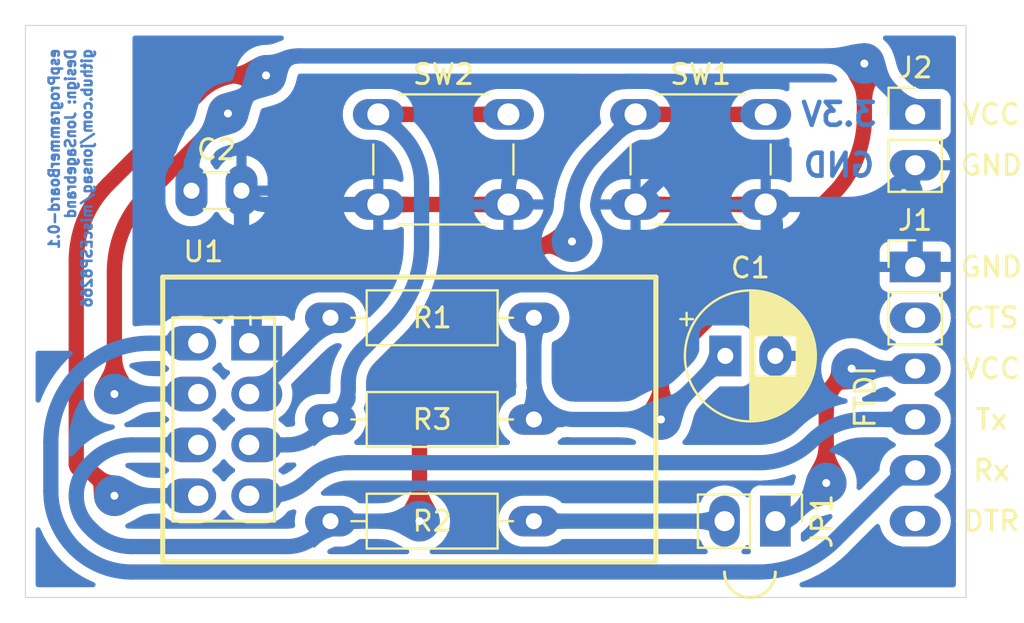
<source format=kicad_pcb>
(kicad_pcb (version 20240108) (generator "pcbnew") (generator_version "8.0")
  (title_block (title "espProgrammerBoard") (date "2022-09-18") (rev "0.1"))
  (layers (0 "F.Cu" signal) (31 "B.Cu" signal) (34 "B.Paste" user) (35 "F.Paste" user) (36 "B.SilkS" user "B.Silkscreen") (37 "F.SilkS" user "F.Silkscreen") (38 "B.Mask" user) (39 "F.Mask" user) (44 "Edge.Cuts" user))
  (net 0 "")
  (net 1 "GND")
  (net 2 "+3V3")
  (net 4 "Net-(J1-Pad5)")
  (net 5 "Net-(J1-Pad4)")
  (net 6 "Net-(J1-Pad3)")
  (net 8 "Net-(R1-Pad1)")
  (net 9 "Net-(R2-Pad1)")
  (net 10 "Net-(R3-Pad1)")
  (footprint "My_Misc:CP_Radial_D6.3mm_P2.50mm_large" (layer "F.Cu") (at 153.71 65.405)
    (property "Reference" "C1")
    (property "Value" "220u")
  )
  (footprint "My_Misc:C_Disc_D3.0mm_W1.6mm_P2.50mm_larg" (layer "F.Cu") (at 127.04 57.15)
    (property "Reference" "C2")
    (property "Value" "100n")
  )
  (footprint "My_Headers:6-pin_FTDI_header_large" (layer "F.Cu") (at 163.195 60.96)
    (property "Reference" "J1")
    (property "Value" "FTDI" (hide yes))
  )
  (footprint "My_Headers:2-pin_power_input_header_larger_pads" (layer "F.Cu") (at 163.195 53.34)
    (property "Reference" "J2")
    (property "Value" "External power" (hide yes))
  )
  (footprint "My_Parts:Jumper_1x02_P2.54mm_large" (layer "F.Cu") (at 156.21 73.66 -90)
    (property "Reference" "JP1")
    (property "Value" "Power from FTDI" (hide yes))
  )
  (footprint "My_Misc:R_Axial_DIN0207_L6.3mm_D2.5mm_P10.16mm_Horizontal_larger_pads" (layer "F.Cu") (at 133.985 63.5)
    (property "Reference" "R1")
    (property "Value" "10k" (hide yes))
  )
  (footprint "My_Misc:R_Axial_DIN0207_L6.3mm_D2.5mm_P10.16mm_Horizontal_larger_pads" (layer "F.Cu") (at 133.985 73.66)
    (property "Reference" "R2")
    (property "Value" "10k" (hide yes))
  )
  (footprint "My_Misc:R_Axial_DIN0207_L6.3mm_D2.5mm_P10.16mm_Horizontal_larger_pads" (layer "F.Cu") (at 133.985 68.58)
    (property "Reference" "R3")
    (property "Value" "10k" (hide yes))
  )
  (footprint "My_Misc:SW_PUSH_6mm_large" (layer "F.Cu") (at 149.225 53.34)
    (property "Reference" "SW1")
    (property "Value" "Reset")
  )
  (footprint "My_Misc:SW_PUSH_6mm_large" (layer "F.Cu") (at 136.375 53.34)
    (property "Reference" "SW2")
    (property "Value" "Flash")
  )
  (footprint "My_Arduino:ESP-01_w_pin_socket_large" (layer "F.Cu") (at 127.381 64.77)
    (property "Reference" "U1")
    (property "Value" "ESP-01")
  )
  (gr_line (start 165.735 48.895) (end 118.745 48.895) (stroke (width 0.05)) (layer "Edge.Cuts"))
  (gr_line (start 118.745 77.47) (end 165.735 77.47) (stroke (width 0.05)) (layer "Edge.Cuts"))
  (gr_line (start 118.745 48.895) (end 118.745 77.47) (stroke (width 0.05)) (layer "Edge.Cuts"))
  (gr_line (start 165.735 77.47) (end 165.735 48.895) (stroke (width 0.05)) (layer "Edge.Cuts"))
  (gr_text "3.3V" (at 159.385 53.34 0) (layer "B.Cu") (effects (font (size 1.143 1.143) (thickness 0.2286)) (justify mirror)))
  (gr_text "GND" (at 159.385 55.88 0) (layer "B.Cu") (effects (font (size 1.143 1.143) (thickness 0.2286)) (justify mirror)))
  (gr_text "${TITLE}-${REVISION}\nDesign: JonSagebrand\ngithub.com/jonsag/miscESP8266" (at 121 50 90) (layer "B.Cu") (effects (font (size 0.508 0.508) (thickness 0.127)) (justify left mirror)))
  (segment (start 155.5475 57.8125) (end 155.575 57.785) (width 0.762) (layer "F.Cu") (net 1))
  (segment (start 155.481109 57.84) (end 149.225 57.84) (width 0.762) (layer "F.Cu") (net 1))
  (segment (start 136.5525 57.8125) (end 136.525 57.785) (width 0.762) (layer "F.Cu") (net 1))
  (segment (start 136.61889 57.84) (end 142.875 57.84) (width 0.762) (layer "F.Cu") (net 1))
  (arc (start 136.5525 57.8125) (mid 136.58296 57.832852) (end 136.61889 57.84) (width 0.762) (layer "F.Cu") (net 1))
  (arc (start 155.5475 57.8125) (mid 155.517039 57.832852) (end 155.481109 57.84) (width 0.762) (layer "F.Cu") (net 1))
  (segment (start 148.95944 51.68899) (end 149.732998 51.68899) (width 0.762) (layer "B.Cu") (net 1))
  (segment (start 159.84907 57.84) (end 155.725 57.84) (width 0.762) (layer "B.Cu") (net 1))
  (segment (start 156.21 58.869012) (end 156.21 65.405) (width 0.762) (layer "B.Cu") (net 1))
  (segment (start 155.8925 58.1025) (end 155.575 57.785) (width 0.762) (layer "B.Cu") (net 1))
  (segment (start 150.334005 56.675994) (end 149.225 57.785) (width 0.762) (layer "B.Cu") (net 1))
  (segment (start 163.195 57.265929) (end 163.195 60.96) (width 0.762) (layer "B.Cu") (net 1))
  (segment (start 129.8575 64.4525) (end 130.175 64.77) (width 0.762) (layer "B.Cu") (net 1))
  (segment (start 151.38401 54.14106) (end 151.38401 53.340001) (width 0.762) (layer "B.Cu") (net 1))
  (segment (start 146.471451 52.719548) (end 143.413815 55.777184) (width 0.762) (layer "B.Cu") (net 1))
  (segment (start 130.717903 57.84) (end 136.375 57.84) (width 0.762) (layer "B.Cu") (net 1))
  (segment (start 142.875 57.078) (end 142.875 57.84) (width 0.762) (layer "B.Cu") (net 1))
  (segment (start 129.54 63.685987) (end 129.54 57.637903) (width 0.762) (layer "B.Cu") (net 1))
  (arc (start 129.885 57.495) (mid 129.664757 57.45119) (end 129.54 57.637903) (width 0.762) (layer "B.Cu") (net 1))
  (arc (start 129.885 57.495) (mid 130.267139 57.750337) (end 130.717903 57.84) (width 0.762) (layer "B.Cu") (net 1))
  (arc (start 150.90044 52.17256) (mid 151.258334 52.708186) (end 151.38401 53.340001) (width 0.762) (layer "B.Cu") (net 1))
  (arc (start 148.95944 51.68899) (mid 147.61295 51.956823) (end 146.471451 52.719548) (width 0.762) (layer "B.Cu") (net 1))
  (arc (start 151.38401 54.14106) (mid 151.111122 55.512956) (end 150.334005 56.675994) (width 0.762) (layer "B.Cu") (net 1))
  (arc (start 163.195 57.265929) (mid 162.840616 56.735557) (end 162.215 56.86) (width 0.762) (layer "B.Cu") (net 1))
  (arc (start 162.215 56.86) (mid 161.129502 57.585306) (end 159.84907 57.84) (width 0.762) (layer "B.Cu") (net 1))
  (arc (start 143.413815 55.777184) (mid 143.015033 56.374003) (end 142.875 57.078) (width 0.762) (layer "B.Cu") (net 1))
  (arc (start 129.54 63.685987) (mid 129.622515 64.10082) (end 129.8575 64.4525) (width 0.762) (layer "B.Cu") (net 1))
  (arc (start 150.90044 52.17256) (mid 150.364813 51.814665) (end 149.732998 51.68899) (width 0.762) (layer "B.Cu") (net 1))
  (arc (start 155.8925 58.1025) (mid 156.127484 58.454178) (end 156.21 58.869012) (width 0.762) (layer "B.Cu") (net 1))
  (segment (start 130.7665 51.3915) (end 129.54 51.3915) (width 0.762) (layer "F.Cu") (net 2))
  (segment (start 150.495 68.58) (end 150.495 67.24644) (width 0.762) (layer "F.Cu") (net 2))
  (segment (start 121.285 60.673963) (end 121.285 70.8025) (width 0.762) (layer "F.Cu") (net 2))
  (segment (start 123.19 67.31) (end 123.19 61.221963) (width 0.762) (layer "F.Cu") (net 2))
  (segment (start 122.878792 56.826207) (end 127.446233 52.258766) (width 0.762) (layer "F.Cu") (net 2))
  (segment (start 123.19 72.39) (end 122.144506 71.344506) (width 0.762) (layer "F.Cu") (net 2))
  (segment (start 128.8615 53.2965) (end 124.783792 57.374207) (width 0.762) (layer "F.Cu") (net 2))
  (segment (start 159.061207 57.346672) (end 151.437969 64.96991) (width 0.762) (layer "F.Cu") (net 2))
  (segment (start 160.655 50.8) (end 160.655 53.498916) (width 0.762) (layer "F.Cu") (net 2))
  (via (at 128.8615 53.2965) (size 2.032) (drill 0.4) (layers "F.Cu" "B.Cu") (net 2))
  (via (at 160.655 50.8) (size 2.032) (drill 0.4) (layers "F.Cu" "B.Cu") (net 2))
  (via (at 123.19 67.31) (size 2.032) (drill 0.4) (layers "F.Cu" "B.Cu") (net 2))
  (via (at 150.495 68.58) (size 2.032) (drill 0.4) (layers "F.Cu" "B.Cu") (net 2))
  (via (at 130.7665 51.3915) (size 2.032) (drill 0.4) (layers "F.Cu" "B.Cu") (net 2))
  (via (at 123.19 72.39) (size 2.032) (drill 0.4) (layers "F.Cu" "B.Cu") (net 2))
  (arc (start 124.783792 57.374207) (mid 123.604213 59.139572) (end 123.19 61.221963) (width 0.762) (layer "F.Cu") (net 2))
  (arc (start 122.878792 56.826207) (mid 121.699213 58.591572) (end 121.285 60.673963) (width 0.762) (layer "F.Cu") (net 2))
  (arc (start 122.144506 71.344506) (mid 121.895831 71.178347) (end 121.6025 71.12) (width 0.762) (layer "F.Cu") (net 2))
  (arc (start 121.285 70.8025) (mid 121.377993 71.027006) (end 121.6025 71.12) (width 0.762) (layer "F.Cu") (net 2))
  (arc (start 160.655 53.498916) (mid 160.240786 55.581306) (end 159.061207 57.346672) (width 0.762) (layer "F.Cu") (net 2))
  (arc (start 129.54 51.3915) (mid 128.406861 51.616895) (end 127.446233 52.258766) (width 0.762) (layer "F.Cu") (net 2))
  (arc (start 151.437969 64.96991) (mid 150.740069 66.014391) (end 150.495 67.24644) (width 0.762) (layer "F.Cu") (net 2))
  (segment (start 123.19 72.39) (end 123.19 72.39) (width 0.762) (layer "B.Cu") (net 2))
  (segment (start 123.19 67.31) (end 123.19 67.31) (width 0.762) (layer "B.Cu") (net 2))
  (segment (start 130.7665 51.3915) (end 128.8615 53.2965) (width 0.762) (layer "B.Cu") (net 2))
  (segment (start 123.19 72.39) (end 123.19 72.39) (width 0.762) (layer "B.Cu") (net 2))
  (segment (start 130.7665 51.3915) (end 131.25276 50.90524) (width 0.762) (layer "B.Cu") (net 2))
  (segment (start 160.655 50.8) (end 163.195 53.34) (width 0.762) (layer "B.Cu") (net 2))
  (segment (start 150.495 68.58) (end 150.495 68.58) (width 0.762) (layer "B.Cu") (net 2))
  (segment (start 150.495 68.58) (end 146.144998 68.58) (width 0.762) (layer "B.Cu") (net 2))
  (segment (start 150.495 68.58) (end 153.67 65.405) (width 0.762) (layer "B.Cu") (net 2))
  (segment (start 123.19 72.39) (end 127 72.39) (width 0.762) (layer "B.Cu") (net 2))
  (segment (start 127.75842 54.399579) (end 128.8615 53.2965) (width 0.762) (layer "B.Cu") (net 2))
  (segment (start 144.145 66.580001) (end 144.145 63.5) (width 0.762) (layer "B.Cu") (net 2))
  (segment (start 127.04 56.134) (end 127.04 57.15) (width 0.762) (layer "B.Cu") (net 2))
  (segment (start 123.19 67.31) (end 127 67.31) (width 0.762) (layer "B.Cu") (net 2))
  (segment (start 144.145 73.66) (end 153.67 73.66) (width 0.762) (layer "B.Cu") (net 2))
  (segment (start 132.426695 50.41898) (end 160.004558 50.41898) (width 0.762) (layer "B.Cu") (net 2))
  (segment (start 160.655 50.8) (end 160.46449 50.60949) (width 0.762) (layer "B.Cu") (net 2))
  (arc (start 132.426695 50.41898) (mid 131.791366 50.545354) (end 131.25276 50.90524) (width 0.762) (layer "B.Cu") (net 2))
  (arc (start 144.145 66.580001) (mid 144.730785 67.994213) (end 146.144998 68.58) (width 0.762) (layer "B.Cu") (net 2))
  (arc (start 160.46449 50.60949) (mid 160.253471 50.468491) (end 160.004558 50.41898) (width 0.762) (layer "B.Cu") (net 2))
  (arc (start 127.75842 54.399579) (mid 127.226711 55.195338) (end 127.04 56.134) (width 0.762) (layer "B.Cu") (net 2))
  (segment (start 120.014989 72.154929) (end 120.014989 69.713113) (width 0.762) (layer "B.Cu") (net 4))
  (segment (start 124.955299 64.77) (end 127 64.77) (width 0.762) (layer "B.Cu") (net 4))
  (segment (start 159.200783 74.606216) (end 162.507394 71.299605) (width 0.762) (layer "B.Cu") (net 4))
  (segment (start 162.941 71.12) (end 163.195 71.12) (width 0.762) (layer "B.Cu") (net 4))
  (segment (start 121.462793 66.217804) (end 121.464776 66.215821) (width 0.762) (layer "B.Cu") (net 4))
  (segment (start 155.353027 76.200009) (end 124.060068 76.200009) (width 0.762) (layer "B.Cu") (net 4))
  (arc (start 159.200783 74.606216) (mid 157.435417 75.785795) (end 155.353027 76.200009) (width 0.762) (layer "B.Cu") (net 4))
  (arc (start 124.955299 64.77) (mid 123.066241 65.145756) (end 121.464776 66.215821) (width 0.762) (layer "B.Cu") (net 4))
  (arc (start 120.014989 72.154929) (mid 120.322902 73.702913) (end 121.199765 75.015232) (width 0.762) (layer "B.Cu") (net 4))
  (arc (start 162.941 71.12) (mid 162.706334 71.166677) (end 162.507394 71.299605) (width 0.762) (layer "B.Cu") (net 4))
  (arc (start 121.199765 75.015232) (mid 122.512083 75.892095) (end 124.060068 76.200009) (width 0.762) (layer "B.Cu") (net 4))
  (arc (start 121.462793 66.217804) (mid 120.39126 67.821465) (end 120.014989 69.713113) (width 0.762) (layer "B.Cu") (net 4))
  (segment (start 130.892245 72.39) (end 129.54 72.39) (width 0.762) (layer "B.Cu") (net 5))
  (segment (start 155.419952 70.739001) (end 134.878109 70.739001) (width 0.762) (layer "B.Cu") (net 5))
  (segment (start 160.632242 68.58) (end 163.195 68.58) (width 0.762) (layer "B.Cu") (net 5))
  (arc (start 132.885177 71.5645) (mid 131.970812 72.175459) (end 130.892245 72.39) (width 0.762) (layer "B.Cu") (net 5))
  (arc (start 134.878109 70.739001) (mid 133.799542 70.953541) (end 132.885177 71.5645) (width 0.762) (layer "B.Cu") (net 5))
  (arc (start 158.026097 69.6595) (mid 156.830387 70.458447) (end 155.419952 70.739001) (width 0.762) (layer "B.Cu") (net 5))
  (arc (start 160.632242 68.58) (mid 159.221806 68.860552) (end 158.026097 69.6595) (width 0.762) (layer "B.Cu") (net 5))
  (segment (start 158.75 68.208025) (end 158.75 71.755) (width 0.762) (layer "F.Cu") (net 6))
  (segment (start 159.385 66.675) (end 160.02 66.04) (width 0.762) (layer "F.Cu") (net 6))
  (via (at 158.75 71.755) (size 2.032) (drill 0.4) (layers "F.Cu" "B.Cu") (net 6))
  (via (at 160.02 66.04) (size 2.032) (drill 0.4) (layers "F.Cu" "B.Cu") (net 6))
  (arc (start 159.385 66.675) (mid 158.915031 67.378357) (end 158.75 68.208025) (width 0.762) (layer "F.Cu") (net 6))
  (segment (start 158.75 71.755) (end 158.75 71.755) (width 0.762) (layer "B.Cu") (net 6))
  (segment (start 160.02 66.04) (end 160.02 66.04) (width 0.762) (layer "B.Cu") (net 6))
  (segment (start 156.5275 73.66) (end 156.21 73.66) (width 0.762) (layer "B.Cu") (net 6))
  (segment (start 158.75 71.755) (end 157.069506 73.435493) (width 0.762) (layer "B.Cu") (net 6))
  (segment (start 160.02 66.04) (end 163.195 66.04) (width 0.762) (layer "B.Cu") (net 6))
  (arc (start 157.069506 73.435493) (mid 156.820831 73.601652) (end 156.5275 73.66) (width 0.762) (layer "B.Cu") (net 6))
  (segment (start 133.985 63.545482) (end 133.985 63.5) (width 0.762) (layer "B.Cu") (net 8))
  (segment (start 130.52263 67.053332) (end 133.952839 63.623124) (width 0.762) (layer "B.Cu") (net 8))
  (segment (start 129.902982 67.31) (end 129.54 67.31) (width 0.762) (layer "B.Cu") (net 8))
  (arc (start 133.985 63.545482) (mid 133.976641 63.587501) (end 133.952839 63.623124) (width 0.762) (layer "B.Cu") (net 8))
  (arc (start 130.52263 67.053332) (mid 130.238333 67.243294) (end 129.902982 67.31) (width 0.762) (layer "B.Cu") (net 8))
  (segment (start 138.43 68.273641) (end 138.43 73.66) (width 0.762) (layer "F.Cu") (net 9))
  (segment (start 146.05 59.69) (end 145.404839 59.69) (width 0.762) (layer "F.Cu") (net 9))
  (segment (start 144.30348 60.146197) (end 140.023792 64.425885) (width 0.762) (layer "F.Cu") (net 9))
  (segment (start 149.225 53.34) (end 155.575 53.34) (width 0.762) (layer "F.Cu") (net 9))
  (via (at 146.05 59.69) (size 2.032) (drill 0.4) (layers "F.Cu" "B.Cu") (net 9))
  (via (at 138.43 73.66) (size 2.032) (drill 0.4) (layers "F.Cu" "B.Cu") (net 9))
  (arc (start 140.023792 64.425885) (mid 138.844213 66.19125) (end 138.43 68.273641) (width 0.762) (layer "F.Cu") (net 9))
  (arc (start 145.404839 59.69) (mid 144.808787 59.808561) (end 144.30348 60.146197) (width 0.762) (layer "F.Cu") (net 9))
  (segment (start 146.05 59.69) (end 146.05 59.69) (width 0.762) (layer "B.Cu") (net 9))
  (segment (start 138.43 73.66) (end 138.43 73.66) (width 0.762) (layer "B.Cu") (net 9))
  (segment (start 147.172532 55.392467) (end 149.225 53.34) (width 0.762) (layer "B.Cu") (net 9))
  (segment (start 124.06007 69.85) (end 127 69.85) (width 0.762) (layer "B.Cu") (net 9))
  (segment (start 121.931578 73.95098) (end 122.097798 74.1172) (width 0.762) (layer "B.Cu") (net 9))
  (segment (start 124.060068 74.929999) (end 131.816976 74.929999) (width 0.762) (layer "B.Cu") (net 9))
  (segment (start 134.883024 73.66) (end 138.43 73.66) (width 0.762) (layer "B.Cu") (net 9))
  (segment (start 122.097798 70.662799) (end 121.931578 70.829019) (width 0.762) (layer "B.Cu") (net 9))
  (segment (start 146.05 59.69) (end 146.05 58.1025) (width 0.762) (layer "B.Cu") (net 9))
  (arc (start 147.172532 55.392467) (mid 146.341736 56.63584) (end 146.05 58.1025) (width 0.762) (layer "B.Cu") (net 9))
  (arc (start 121.284999 72.39) (mid 121.453039 73.234796) (end 121.931578 73.95098) (width 0.762) (layer "B.Cu") (net 9))
  (arc (start 121.931578 70.829019) (mid 121.453039 71.545203) (end 121.284999 72.39) (width 0.762) (layer "B.Cu") (net 9))
  (arc (start 124.06007 69.85) (mid 122.998096 70.061239) (end 122.097798 70.662799) (width 0.762) (layer "B.Cu") (net 9))
  (arc (start 133.35 74.294999) (mid 132.646642 74.764967) (end 131.816976 74.929999) (width 0.762) (layer "B.Cu") (net 9))
  (arc (start 122.097798 74.1172) (mid 122.998095 74.718759) (end 124.060068 74.929999) (width 0.762) (layer "B.Cu") (net 9))
  (arc (start 134.883024 73.66) (mid 134.053357 73.82503) (end 133.35 74.294999) (width 0.762) (layer "B.Cu") (net 9))
  (segment (start 136.375 53.34) (end 142.875 53.34) (width 0.762) (layer "F.Cu") (net 10))
  (segment (start 134.429495 68.135504) (end 133.540504 69.024495) (width 0.762) (layer "B.Cu") (net 10))
  (segment (start 136.940216 63.740104) (end 135.540325 65.139996) (width 0.762) (layer "B.Cu") (net 10))
  (segment (start 131.816974 69.85) (end 129.54 69.85) (width 0.762) (layer "B.Cu") (net 10))
  (segment (start 137.529505 54.344505) (end 136.525 53.34) (width 0.762) (layer "B.Cu") (net 10))
  (segment (start 134.873991 67.062397) (end 134.873991 66.74867) (width 0.762) (layer "B.Cu") (net 10))
  (segment (start 138.53401 59.892348) (end 138.53401 56.769594) (width 0.762) (layer "B.Cu") (net 10))
  (segment (start 133.349999 69.214999) (end 133.540504 69.024495) (width 0.762) (layer "B.Cu") (net 10))
  (arc (start 134.873991 67.062397) (mid 134.75847 67.643158) (end 134.429495 68.135504) (width 0.762) (layer "B.Cu") (net 10))
  (arc (start 137.529505 54.344505) (mid 138.272947 55.457145) (end 138.53401 56.769594) (width 0.762) (layer "B.Cu") (net 10))
  (arc (start 135.540325 65.139996) (mid 135.047165 65.878062) (end 134.873991 66.74867) (width 0.762) (layer "B.Cu") (net 10))
  (arc (start 133.349999 69.214999) (mid 132.646641 69.684968) (end 131.816974 69.85) (width 0.762) (layer "B.Cu") (net 10))
  (arc (start 138.53401 59.892348) (mid 138.119796 61.974738) (end 136.940216 63.740104) (width 0.762) (layer "B.Cu") (net 10))
  (zone (net 2) (net_name "+3V3") (layer "F.Cu") (priority 16962) (connect_pads yes (clearance 0)) (min_thickness 0.0254) (fill yes (thermal_gap 0.508) (thermal_bridge_width 0.508))
    (polygon (pts (xy 121.680052 71.501) (xy 121.853345 71.520868) (xy 121.976921 71.577075) (xy 122.059567 71.664524) (xy 122.110072 71.778122) (xy 122.137223 71.91277) (xy 122.14981 72.063374) (xy 122.156619 72.224837) (xy 122.16644 72.392064) (xy 122.188061 72.559959) (xy 122.23027 72.723426) (xy 123.54921 72.74921) (xy 123.19 71.374) (xy 123.002656 71.35622) (xy 122.847408 71.30796) (xy 122.715248 71.236839) (xy 122.59717 71.15048) (xy 122.484167 71.0565) (xy 122.367232 70.96252) (xy 122.23736 70.87616) (xy 122.085544 70.80504) (xy 121.902776 70.75678) (xy 121.680052 70.739)))
  )
  (zone (net 1) (net_name "GND") (layer "F.Cu") (priority 16962) (connect_pads yes (clearance 0)) (min_thickness 0.0254) (fill yes (thermal_gap 0.508) (thermal_bridge_width 0.508))
    (polygon (pts (xy 141.353 58.221) (xy 141.523612 58.223752) (xy 141.670123 58.23214) (xy 141.79727 58.246361) (xy 141.909787 58.266612) (xy 142.01241 58.293091) (xy 142.109874 58.325994) (xy 142.206915 58.36552) (xy 142.308268 58.411864) (xy 142.418668 58.465225) (xy 142.542852 58.5258) (xy 143.256 57.84) (xy 142.542852 57.1542) (xy 142.418668 57.214774) (xy 142.308268 57.268135) (xy 142.206915 57.314479) (xy 142.109874 57.354005) (xy 142.01241 57.386908) (xy 141.909787 57.413387) (xy 141.79727 57.433638) (xy 141.670123 57.447859) (xy 141.523612 57.456247) (xy 141.353 57.459)))
  )
  (zone (net 10) (net_name "Net-(R3-Pad1)") (layer "F.Cu") (priority 16962) (connect_pads yes (clearance 0)) (min_thickness 0.0254) (fill yes (thermal_gap 0.508) (thermal_bridge_width 0.508))
    (polygon (pts (xy 141.353 53.721) (xy 141.523612 53.723752) (xy 141.670123 53.73214) (xy 141.79727 53.746361) (xy 141.909787 53.766612) (xy 142.01241 53.793091) (xy 142.109874 53.825994) (xy 142.206915 53.86552) (xy 142.308268 53.911864) (xy 142.418668 53.965225) (xy 142.542852 54.0258) (xy 143.256 53.34) (xy 142.542852 52.6542) (xy 142.418668 52.714774) (xy 142.308268 52.768135) (xy 142.206915 52.814479) (xy 142.109874 52.854005) (xy 142.01241 52.886908) (xy 141.909787 52.913387) (xy 141.79727 52.933638) (xy 141.670123 52.947859) (xy 141.523612 52.956247) (xy 141.353 52.959)))
  )
  (zone (net 6) (net_name "Net-(J1-Pad3)") (layer "F.Cu") (priority 16962) (connect_pads yes (clearance 0)) (min_thickness 0.0254) (fill yes (thermal_gap 0.508) (thermal_bridge_width 0.508))
    (polygon (pts (xy 159.131 67.549948) (xy 159.150868 67.376654) (xy 159.207075 67.253078) (xy 159.294524 67.170432) (xy 159.408122 67.119927) (xy 159.54277 67.092776) (xy 159.693374 67.080189) (xy 159.854837 67.07338) (xy 160.022064 67.063559) (xy 160.189959 67.041938) (xy 160.353426 66.99973) (xy 160.37921 65.68079) (xy 159.004 66.04) (xy 158.98622 66.227343) (xy 158.93796 66.382591) (xy 158.866839 66.514751) (xy 158.78048 66.632829) (xy 158.6865 66.745832) (xy 158.59252 66.862767) (xy 158.50616 66.992639) (xy 158.43504 67.144455) (xy 158.38678 67.327223) (xy 158.369 67.549948)))
  )
  (zone (net 2) (net_name "+3V3") (layer "F.Cu") (priority 16962) (connect_pads yes (clearance 0)) (min_thickness 0.0254) (fill yes (thermal_gap 0.508) (thermal_bridge_width 0.508))
    (polygon (pts (xy 128.7405 51.7725) (xy 128.970753 51.779177) (xy 129.165275 51.798613) (xy 129.33147 51.82991) (xy 129.476743 51.872175) (xy 129.608497 51.92451) (xy 129.734136 51.98602) (xy 129.861066 52.05581) (xy 129.996689 52.132984) (xy 130.148411 52.216645) (xy 130.323636 52.3059) (xy 131.2745 51.3915) (xy 130.323636 50.4771) (xy 130.148411 50.566354) (xy 129.996689 50.650015) (xy 129.861066 50.727189) (xy 129.734136 50.796979) (xy 129.608497 50.858489) (xy 129.476743 50.910824) (xy 129.33147 50.953089) (xy 129.165275 50.984386) (xy 128.970753 51.003822) (xy 128.7405 51.0105)))
  )
  (zone (net 2) (net_name "+3V3") (layer "F.Cu") (priority 16962) (connect_pads yes (clearance 0)) (min_thickness 0.0254) (fill yes (thermal_gap 0.508) (thermal_bridge_width 0.508))
    (polygon (pts (xy 122.809 65.284) (xy 122.802322 65.514253) (xy 122.782886 65.708775) (xy 122.751589 65.87497) (xy 122.709324 66.020243) (xy 122.656989 66.151997) (xy 122.595479 66.277636) (xy 122.525689 66.404566) (xy 122.448515 66.540189) (xy 122.364854 66.691911) (xy 122.2756 66.867136) (xy 123.19 67.818) (xy 124.1044 66.867136) (xy 124.015145 66.691911) (xy 123.931484 66.540189) (xy 123.85431 66.404566) (xy 123.78452 66.277636) (xy 123.72301 66.151997) (xy 123.670675 66.020243) (xy 123.62841 65.87497) (xy 123.597113 65.708775) (xy 123.577677 65.514253) (xy 123.571 65.284)))
  )
  (zone (net 9) (net_name "Net-(R2-Pad1)") (layer "F.Cu") (priority 16962) (connect_pads yes (clearance 0)) (min_thickness 0.0254) (fill yes (thermal_gap 0.508) (thermal_bridge_width 0.508))
    (polygon (pts (xy 138.049 71.634) (xy 138.042322 71.864253) (xy 138.022886 72.058775) (xy 137.991589 72.22497) (xy 137.949324 72.370243) (xy 137.896989 72.501997) (xy 137.835479 72.627636) (xy 137.765689 72.754566) (xy 137.688515 72.890189) (xy 137.604854 73.041911) (xy 137.5156 73.217136) (xy 138.43 74.168) (xy 139.3444 73.217136) (xy 139.255145 73.041911) (xy 139.171484 72.890189) (xy 139.09431 72.754566) (xy 139.02452 72.627636) (xy 138.96301 72.501997) (xy 138.910675 72.370243) (xy 138.86841 72.22497) (xy 138.837113 72.058775) (xy 138.817677 71.864253) (xy 138.811 71.634)))
  )
  (zone (net 1) (net_name "GND") (layer "F.Cu") (priority 16962) (connect_pads yes (clearance 0)) (min_thickness 0.0254) (fill yes (thermal_gap 0.508) (thermal_bridge_width 0.508))
    (polygon (pts (xy 137.902 57.459) (xy 137.730706 57.45627) (xy 137.583593 57.44794) (xy 137.455911 57.433798) (xy 137.342908 57.41363) (xy 137.239835 57.387225) (xy 137.141941 57.35437) (xy 137.044476 57.314852) (xy 136.942688 57.268459) (xy 136.831829 57.214979) (xy 136.707148 57.1542) (xy 135.994 57.84) (xy 136.707148 58.5258) (xy 136.831829 58.46502) (xy 136.942688 58.41154) (xy 137.044476 58.365147) (xy 137.141941 58.325629) (xy 137.239835 58.292774) (xy 137.342908 58.266369) (xy 137.455911 58.246201) (xy 137.583593 58.232059) (xy 137.730706 58.223729) (xy 137.902 58.221)))
  )
  (zone (net 1) (net_name "GND") (layer "F.Cu") (priority 16962) (connect_pads yes (clearance 0)) (min_thickness 0.0254) (fill yes (thermal_gap 0.508) (thermal_bridge_width 0.508))
    (polygon (pts (xy 154.198 58.221) (xy 154.369293 58.223729) (xy 154.516406 58.232059) (xy 154.644088 58.246201) (xy 154.757091 58.266369) (xy 154.860164 58.292774) (xy 154.958058 58.325629) (xy 155.055523 58.365147) (xy 155.157311 58.41154) (xy 155.26817 58.46502) (xy 155.392852 58.5258) (xy 156.106 57.84) (xy 155.392852 57.1542) (xy 155.26817 57.214979) (xy 155.157311 57.268459) (xy 155.055523 57.314852) (xy 154.958058 57.35437) (xy 154.860164 57.387225) (xy 154.757091 57.41363) (xy 154.644088 57.433798) (xy 154.516406 57.44794) (xy 154.369293 57.45627) (xy 154.198 57.459)))
  )
  (zone (net 6) (net_name "Net-(J1-Pad3)") (layer "F.Cu") (priority 16962) (connect_pads yes (clearance 0)) (min_thickness 0.0254) (fill yes (thermal_gap 0.508) (thermal_bridge_width 0.508))
    (polygon (pts (xy 158.369 69.729) (xy 158.362322 69.959253) (xy 158.342886 70.153775) (xy 158.311589 70.31997) (xy 158.269324 70.465243) (xy 158.216989 70.596997) (xy 158.155479 70.722636) (xy 158.085689 70.849566) (xy 158.008515 70.985189) (xy 157.924854 71.136911) (xy 157.8356 71.312136) (xy 158.75 72.263) (xy 159.6644 71.312136) (xy 159.575145 71.136911) (xy 159.491484 70.985189) (xy 159.41431 70.849566) (xy 159.34452 70.722636) (xy 159.28301 70.596997) (xy 159.230675 70.465243) (xy 159.18841 70.31997) (xy 159.157113 70.153775) (xy 159.137677 69.959253) (xy 159.131 69.729)))
  )
  (zone (net 9) (net_name "Net-(R2-Pad1)") (layer "F.Cu") (priority 16962) (connect_pads yes (clearance 0)) (min_thickness 0.0254) (fill yes (thermal_gap 0.508) (thermal_bridge_width 0.508))
    (polygon (pts (xy 154.193 53.721) (xy 154.364975 53.723706) (xy 154.512689 53.731977) (xy 154.640907 53.746041) (xy 154.754395 53.766125) (xy 154.857918 53.792457) (xy 154.956242 53.825264) (xy 155.054132 53.864775) (xy 155.156353 53.911215) (xy 155.267671 53.964815) (xy 155.392852 54.0258) (xy 156.106 53.34) (xy 155.392852 52.6542) (xy 155.267671 52.715184) (xy 155.156353 52.768784) (xy 155.054132 52.815224) (xy 154.956242 52.854735) (xy 154.857918 52.887542) (xy 154.754395 52.913874) (xy 154.640907 52.933958) (xy 154.512689 52.948022) (xy 154.364975 52.956293) (xy 154.193 52.959)))
  )
  (zone (net 2) (net_name "+3V3") (layer "F.Cu") (priority 16962) (connect_pads yes (clearance 0)) (min_thickness 0.0254) (fill yes (thermal_gap 0.508) (thermal_bridge_width 0.508))
    (polygon (pts (xy 150.114 66.554) (xy 150.107322 66.784253) (xy 150.087886 66.978775) (xy 150.056589 67.14497) (xy 150.014324 67.290243) (xy 149.961989 67.421997) (xy 149.900479 67.547636) (xy 149.830689 67.674566) (xy 149.753515 67.810189) (xy 149.669854 67.961911) (xy 149.5806 68.137136) (xy 150.495 69.088) (xy 151.4094 68.137136) (xy 151.320145 67.961911) (xy 151.236484 67.810189) (xy 151.15931 67.674566) (xy 151.08952 67.547636) (xy 151.02801 67.421997) (xy 150.975675 67.290243) (xy 150.93341 67.14497) (xy 150.902113 66.978775) (xy 150.882677 66.784253) (xy 150.876 66.554)))
  )
  (zone (net 2) (net_name "+3V3") (layer "F.Cu") (priority 16962) (connect_pads yes (clearance 0)) (min_thickness 0.0254) (fill yes (thermal_gap 0.508) (thermal_bridge_width 0.508))
    (polygon (pts (xy 127.698311 54.998505) (xy 127.865846 54.840413) (xy 128.017136 54.716608) (xy 128.156785 54.621221) (xy 128.289393 54.548383) (xy 128.419564 54.492226) (xy 128.551899 54.44688) (xy 128.691 54.406476) (xy 128.84147 54.365145) (xy 129.007911 54.31702) (xy 129.194926 54.25623) (xy 129.22071 52.93729) (xy 127.90177 52.963074) (xy 127.840979 53.150088) (xy 127.792854 53.316529) (xy 127.751523 53.466999) (xy 127.711119 53.6061) (xy 127.665773 53.738435) (xy 127.609616 53.868606) (xy 127.536778 54.001214) (xy 127.441391 54.140863) (xy 127.317586 54.292153) (xy 127.159495 54.459689)))
  )
  (zone (net 1) (net_name "GND") (layer "F.Cu") (priority 16962) (connect_pads yes (clearance 0)) (min_thickness 0.0254) (fill yes (thermal_gap 0.508) (thermal_bridge_width 0.508))
    (polygon (pts (xy 150.747 57.459) (xy 150.576387 57.456247) (xy 150.429876 57.447859) (xy 150.302729 57.433638) (xy 150.190212 57.413387) (xy 150.087589 57.386908) (xy 149.990125 57.354005) (xy 149.893084 57.314479) (xy 149.791731 57.268135) (xy 149.681331 57.214774) (xy 149.557148 57.1542) (xy 148.844 57.84) (xy 149.557148 58.5258) (xy 149.681331 58.465225) (xy 149.791731 58.411864) (xy 149.893084 58.36552) (xy 149.990125 58.325994) (xy 150.087589 58.293091) (xy 150.190212 58.266612) (xy 150.302729 58.246361) (xy 150.429876 58.23214) (xy 150.576387 58.223752) (xy 150.747 58.221)))
  )
  (zone (net 9) (net_name "Net-(R2-Pad1)") (layer "F.Cu") (priority 16962) (connect_pads yes (clearance 0)) (min_thickness 0.0254) (fill yes (thermal_gap 0.508) (thermal_bridge_width 0.508))
    (polygon (pts (xy 144.501812 60.486681) (xy 144.616915 60.388983) (xy 144.727341 60.328475) (xy 144.834462 60.300333) (xy 144.939652 60.299733) (xy 145.044283 60.321852) (xy 145.14973 60.361866) (xy 145.257365 60.414951) (xy 145.368563 60.476285) (xy 145.484695 60.541042) (xy 145.607136 60.6044) (xy 146.558 59.69) (xy 145.33158 58.97158) (xy 145.187985 59.104189) (xy 145.054588 59.207772) (xy 144.928124 59.290299) (xy 144.805332 59.359738) (xy 144.68295 59.42406) (xy 144.557715 59.491236) (xy 144.426364 59.569234) (xy 144.285636 59.666025) (xy 144.132267 59.789579) (xy 143.962997 59.947866)))
  )
  (zone (net 9) (net_name "Net-(R2-Pad1)") (layer "F.Cu") (priority 16962) (connect_pads yes (clearance 0)) (min_thickness 0.0254) (fill yes (thermal_gap 0.508) (thermal_bridge_width 0.508))
    (polygon (pts (xy 150.747 52.959) (xy 150.576387 52.956247) (xy 150.429876 52.947859) (xy 150.302729 52.933638) (xy 150.190212 52.913387) (xy 150.087589 52.886908) (xy 149.990125 52.854005) (xy 149.893084 52.814479) (xy 149.791731 52.768135) (xy 149.681331 52.714774) (xy 149.557148 52.6542) (xy 148.844 53.34) (xy 149.557148 54.0258) (xy 149.681331 53.965225) (xy 149.791731 53.911864) (xy 149.893084 53.86552) (xy 149.990125 53.825994) (xy 150.087589 53.793091) (xy 150.190212 53.766612) (xy 150.302729 53.746361) (xy 150.429876 53.73214) (xy 150.576387 53.723752) (xy 150.747 53.721)))
  )
  (zone (net 10) (net_name "Net-(R3-Pad1)") (layer "F.Cu") (priority 16962) (connect_pads yes (clearance 0)) (min_thickness 0.0254) (fill yes (thermal_gap 0.508) (thermal_bridge_width 0.508))
    (polygon (pts (xy 137.897 52.959) (xy 137.726387 52.956247) (xy 137.579876 52.947859) (xy 137.452729 52.933638) (xy 137.340212 52.913387) (xy 137.237589 52.886908) (xy 137.140125 52.854005) (xy 137.043084 52.814479) (xy 136.941731 52.768135) (xy 136.831331 52.714774) (xy 136.707148 52.6542) (xy 135.994 53.34) (xy 136.707148 54.0258) (xy 136.831331 53.965225) (xy 136.941731 53.911864) (xy 137.043084 53.86552) (xy 137.140125 53.825994) (xy 137.237589 53.793091) (xy 137.340212 53.766612) (xy 137.452729 53.746361) (xy 137.579876 53.73214) (xy 137.726387 53.723752) (xy 137.897 53.721)))
  )
  (zone (net 2) (net_name "+3V3") (layer "F.Cu") (priority 16962) (connect_pads yes (clearance 0)) (min_thickness 0.0254) (fill yes (thermal_gap 0.508) (thermal_bridge_width 0.508))
    (polygon (pts (xy 161.036 52.826) (xy 161.042677 52.595746) (xy 161.062113 52.401224) (xy 161.09341 52.235029) (xy 161.135675 52.089756) (xy 161.18801 51.958002) (xy 161.24952 51.832363) (xy 161.31931 51.705433) (xy 161.396484 51.56981) (xy 161.480145 51.418088) (xy 161.5694 51.242864) (xy 160.655 50.292) (xy 159.7406 51.242864) (xy 159.829854 51.418088) (xy 159.913515 51.56981) (xy 159.990689 51.705433) (xy 160.060479 51.832363) (xy 160.121989 51.958002) (xy 160.174324 52.089756) (xy 160.216589 52.235029) (xy 160.247886 52.401224) (xy 160.267322 52.595746) (xy 160.274 52.826)))
  )
  (zone (net 6) (net_name "Net-(J1-Pad3)") (layer "B.Cu") (priority 16962) (connect_pads yes (clearance 0)) (min_thickness 0.0254) (fill yes (thermal_gap 0.508) (thermal_bridge_width 0.508))
    (polygon (pts (xy 157.234615 72.731569) (xy 157.149468 72.810916) (xy 157.068919 72.873954) (xy 156.991637 72.921844) (xy 156.916289 72.955747) (xy 156.841543 72.976825) (xy 156.766067 72.986241) (xy 156.688528 72.985156) (xy 156.607595 72.974732) (xy 156.521934 72.956131) (xy 156.430215 72.930515) (xy 155.833737 73.71989) (xy 156.748815 74.198815) (xy 156.859338 74.090984) (xy 156.95862 73.999012) (xy 157.050206 73.9182) (xy 157.137637 73.843849) (xy 157.224458 73.771264) (xy 157.314213 73.695745) (xy 157.410444 73.612595) (xy 157.516695 73.517117) (xy 157.636509 73.404613) (xy 157.773431 73.270385)))
  )
  (zone (net 2) (net_name "+3V3") (layer "B.Cu") (priority 16962) (connect_pads yes (clearance 0)) (min_thickness 0.0254) (fill yes (thermal_gap 0.508) (thermal_bridge_width 0.508))
    (polygon (pts (xy 152.148 74.041) (xy 152.318612 74.043752) (xy 152.465123 74.05214) (xy 152.59227 74.066361) (xy 152.704787 74.086612) (xy 152.80741 74.113091) (xy 152.904874 74.145994) (xy 153.001915 74.18552) (xy 153.103268 74.231864) (xy 153.213668 74.285225) (xy 153.337852 74.3458) (xy 154.051 73.66) (xy 153.337852 72.9742) (xy 153.213668 73.034774) (xy 153.103268 73.088135) (xy 153.001915 73.134479) (xy 152.904874 73.174005) (xy 152.80741 73.206908) (xy 152.704787 73.233387) (xy 152.59227 73.253638) (xy 152.465123 73.267859) (xy 152.318612 73.276247) (xy 152.148 73.279)))
  )
  (zone (net 2) (net_name "+3V3") (layer "B.Cu") (priority 16962) (connect_pads yes (clearance 0)) (min_thickness 0.0254) (fill yes (thermal_gap 0.508) (thermal_bridge_width 0.508))
    (polygon (pts (xy 161.849376 52.533192) (xy 161.96807 52.655778) (xy 162.065738 52.765309) (xy 162.145589 52.865271) (xy 162.210831 52.959152) (xy 162.264673 53.05044) (xy 162.310324 53.142624) (xy 162.350994 53.239191) (xy 162.38989 53.343629) (xy 162.430223 53.459425) (xy 162.475202 53.590069) (xy 163.464407 53.609407) (xy 163.445069 52.620202) (xy 163.314425 52.575223) (xy 163.198629 52.53489) (xy 163.094191 52.495994) (xy 162.997624 52.455324) (xy 162.90544 52.409673) (xy 162.814152 52.355831) (xy 162.720271 52.290589) (xy 162.620309 52.210738) (xy 162.510778 52.11307) (xy 162.388192 51.994376)))
  )
  (zone (net 2) (net_name "+3V3") (layer "B.Cu") (priority 16962) (connect_pads yes (clearance 0)) (min_thickness 0.0254) (fill yes (thermal_gap 0.508) (thermal_bridge_width 0.508))
    (polygon (pts (xy 130.024689 51.594495) (xy 129.857153 51.752586) (xy 129.705863 51.876391) (xy 129.566214 51.971778) (xy 129.433606 52.044616) (xy 129.303435 52.100773) (xy 129.1711 52.146119) (xy 129.031999 52.186523) (xy 128.881529 52.227854) (xy 128.715088 52.275979) (xy 128.528074 52.33677) (xy 128.50229 53.65571) (xy 129.82123 53.629926) (xy 129.88202 53.442911) (xy 129.930145 53.27647) (xy 129.971476 53.126) (xy 130.01188 52.986899) (xy 130.057226 52.854564) (xy 130.113383 52.724393) (xy 130.186221 52.591785) (xy 130.281608 52.452136) (xy 130.405413 52.300846) (xy 130.563505 52.133311)))
  )
  (zone (net 2) (net_name "+3V3") (layer "B.Cu") (priority 16962) (connect_pads yes (clearance 0)) (min_thickness 0.0254) (fill yes (thermal_gap 0.508) (thermal_bridge_width 0.508))
    (polygon (pts (xy 125.216 66.929) (xy 124.985746 66.922322) (xy 124.791224 66.902886) (xy 124.625029 66.871589) (xy 124.479756 66.829324) (xy 124.348002 66.776989) (xy 124.222363 66.715479) (xy 124.095433 66.645689) (xy 123.95981 66.568515) (xy 123.808088 66.484854) (xy 123.632864 66.3956) (xy 122.682 67.31) (xy 123.632864 68.2244) (xy 123.808088 68.135145) (xy 123.95981 68.051484) (xy 124.095433 67.97431) (xy 124.222363 67.90452) (xy 124.348002 67.84301) (xy 124.479756 67.790675) (xy 124.625029 67.74841) (xy 124.791224 67.717113) (xy 124.985746 67.697677) (xy 125.216 67.691)))
  )
  (zone (net 8) (net_name "Net-(R1-Pad1)") (layer "B.Cu") (priority 16962) (connect_pads yes (clearance 0)) (min_thickness 0.0254) (fill yes (thermal_gap 0.508) (thermal_bridge_width 0.508))
    (polygon (pts (xy 133.220619 64.894161) (xy 133.348084 64.770205) (xy 133.461249 64.667679) (xy 133.563804 64.583062) (xy 133.659438 64.512831) (xy 133.751842 64.453463) (xy 133.844705 64.401436) (xy 133.941718 64.353227) (xy 134.046569 64.305315) (xy 134.16295 64.254178) (xy 134.294549 64.196292) (xy 134.230866 63.20895) (xy 133.246767 63.311173) (xy 133.213685 63.440874) (xy 133.183117 63.556139) (xy 133.152169 63.660275) (xy 133.117948 63.756587) (xy 133.077559 63.848382) (xy 133.028108 63.938968) (xy 132.9667 64.03165) (xy 132.890443 64.129736) (xy 132.796442 64.236532) (xy 132.681803 64.355345)))
  )
  (zone (net 2) (net_name "+3V3") (layer "B.Cu") (priority 16962) (connect_pads yes (clearance 0)) (min_thickness 0.0254) (fill yes (thermal_gap 0.508) (thermal_bridge_width 0.508))
    (polygon (pts (xy 162.357005 51.963189) (xy 162.198913 51.795653) (xy 162.075108 51.644363) (xy 161.979721 51.504714) (xy 161.906883 51.372106) (xy 161.850726 51.241935) (xy 161.80538 51.1096) (xy 161.764976 50.970499) (xy 161.723645 50.820029) (xy 161.67552 50.653588) (xy 161.61473 50.466574) (xy 160.29579 50.44079) (xy 160.321574 51.75973) (xy 160.508588 51.82052) (xy 160.675029 51.868645) (xy 160.825499 51.909976) (xy 160.9646 51.95038) (xy 161.096935 51.995726) (xy 161.227106 52.051883) (xy 161.359714 52.124721) (xy 161.499363 52.220108) (xy 161.650653 52.343913) (xy 161.818189 52.502005)))
  )
  (zone (net 6) (net_name "Net-(J1-Pad3)") (layer "B.Cu") (priority 16962) (connect_pads yes (clearance 0)) (min_thickness 0.0254) (fill yes (thermal_gap 0.508) (thermal_bridge_width 0.508))
    (polygon (pts (xy 161.673 66.421) (xy 161.843612 66.423752) (xy 161.990123 66.43214) (xy 162.11727 66.446361) (xy 162.229787 66.466612) (xy 162.33241 66.493091) (xy 162.429874 66.525994) (xy 162.526915 66.56552) (xy 162.628268 66.611864) (xy 162.738668 66.665225) (xy 162.862852 66.7258) (xy 163.576 66.04) (xy 162.862852 65.3542) (xy 162.738668 65.414774) (xy 162.628268 65.468135) (xy 162.526915 65.514479) (xy 162.429874 65.554005) (xy 162.33241 65.586908) (xy 162.229787 65.613387) (xy 162.11727 65.633638) (xy 161.990123 65.647859) (xy 161.843612 65.656247) (xy 161.673 65.659)))
  )
  (zone (net 5) (net_name "Net-(J1-Pad4)") (layer "B.Cu") (priority 16962) (connect_pads yes (clearance 0)) (min_thickness 0.0254) (fill yes (thermal_gap 0.508) (thermal_bridge_width 0.508))
    (polygon (pts (xy 131.2636 72.009) (xy 131.120086 72.00295) (xy 130.999659 71.98573) (xy 130.897569 71.958729) (xy 130.809067 71.92334) (xy 130.729403 71.880954) (xy 130.653828 71.832961) (xy 130.577592 71.780755) (xy 130.495948 71.725724) (xy 130.404145 71.669262) (xy 130.297434 71.61276) (xy 129.4892 72.39) (xy 130.297434 73.16724) (xy 130.404145 73.110737) (xy 130.495948 73.054275) (xy 130.577592 72.999244) (xy 130.653828 72.947038) (xy 130.729403 72.899045) (xy 130.809067 72.856659) (xy 130.897569 72.82127) (xy 130.999659 72.794269) (xy 131.120086 72.777049) (xy 131.2636 72.771)))
  )
  (zone (net 2) (net_name "+3V3") (layer "B.Cu") (priority 16962) (connect_pads yes (clearance 0)) (min_thickness 0.0254) (fill yes (thermal_gap 0.508) (thermal_bridge_width 0.508))
    (polygon (pts (xy 145.667 73.279) (xy 145.496387 73.276247) (xy 145.349876 73.267859) (xy 145.222729 73.253638) (xy 145.110212 73.233387) (xy 145.007589 73.206908) (xy 144.910125 73.174005) (xy 144.813084 73.134479) (xy 144.711731 73.088135) (xy 144.601331 73.034774) (xy 144.477148 72.9742) (xy 143.764 73.66) (xy 144.477148 74.3458) (xy 144.601331 74.285225) (xy 144.711731 74.231864) (xy 144.813084 74.18552) (xy 144.910125 74.145994) (xy 145.007589 74.113091) (xy 145.110212 74.086612) (xy 145.222729 74.066361) (xy 145.349876 74.05214) (xy 145.496387 74.043752) (xy 145.667 74.041)))
  )
  (zone (net 4) (net_name "Net-(J1-Pad5)") (layer "B.Cu") (priority 16962) (connect_pads yes (clearance 0)) (min_thickness 0.0254) (fill yes (thermal_gap 0.508) (thermal_bridge_width 0.508))
    (polygon (pts (xy 162.191319 72.154497) (xy 162.286289 72.06505) (xy 162.374822 71.993329) (xy 162.458821 71.937796) (xy 162.540185 71.896914) (xy 162.620818 71.869146) (xy 162.702619 71.852954) (xy 162.787491 71.846801) (xy 162.877335 71.84915) (xy 162.974053 71.858462) (xy 163.079546 71.873202) (xy 163.559103 71.007798) (xy 162.656185 70.581185) (xy 162.542774 70.695458) (xy 162.444174 70.7964) (xy 162.355916 70.888108) (xy 162.273535 70.97468) (xy 162.192564 71.060212) (xy 162.108535 71.148802) (xy 162.016981 71.244546) (xy 161.913435 71.351543) (xy 161.793432 71.473889) (xy 161.652503 71.615681)))
  )
  (zone (net 5) (net_name "Net-(J1-Pad4)") (layer "B.Cu") (priority 16962) (connect_pads yes (clearance 0)) (min_thickness 0.0254) (fill yes (thermal_gap 0.508) (thermal_bridge_width 0.508))
    (polygon (pts (xy 161.673 68.961) (xy 161.843612 68.963752) (xy 161.990123 68.97214) (xy 162.11727 68.986361) (xy 162.229787 69.006612) (xy 162.33241 69.033091) (xy 162.429874 69.065994) (xy 162.526915 69.10552) (xy 162.628268 69.151864) (xy 162.738668 69.205225) (xy 162.862852 69.2658) (xy 163.576 68.58) (xy 162.862852 67.8942) (xy 162.738668 67.954774) (xy 162.628268 68.008135) (xy 162.526915 68.054479) (xy 162.429874 68.094005) (xy 162.33241 68.126908) (xy 162.229787 68.153387) (xy 162.11727 68.173638) (xy 161.990123 68.187859) (xy 161.843612 68.196247) (xy 161.673 68.199)))
  )
  (zone (net 1) (net_name "GND") (layer "B.Cu") (connect_pads (clearance 0.508)) (min_thickness 0.254) (fill yes (thermal_gap 0.508) (thermal_bridge_width 0.508))
    (polygon (pts (xy 166.37 78.105) (xy 118.11 78.105) (xy 118.11 48.26) (xy 166.37 48.26)))
  )
  (zone (net 6) (net_name "Net-(J1-Pad3)") (layer "B.Cu") (priority 16962) (connect_pads yes (clearance 0)) (min_thickness 0.0254) (fill yes (thermal_gap 0.508) (thermal_bridge_width 0.508))
    (polygon (pts (xy 162.046 65.659) (xy 161.815746 65.652322) (xy 161.621224 65.632886) (xy 161.455029 65.601589) (xy 161.309756 65.559324) (xy 161.178002 65.506989) (xy 161.052363 65.445479) (xy 160.925433 65.375689) (xy 160.78981 65.298515) (xy 160.638088 65.214854) (xy 160.462864 65.1256) (xy 159.512 66.04) (xy 160.462864 66.9544) (xy 160.638088 66.865145) (xy 160.78981 66.781484) (xy 160.925433 66.70431) (xy 161.052363 66.63452) (xy 161.178002 66.57301) (xy 161.309756 66.520675) (xy 161.455029 66.47841) (xy 161.621224 66.447113) (xy 161.815746 66.427677) (xy 162.046 66.421)))
  )
  (zone (net 8) (net_name "Net-(R1-Pad1)") (layer "B.Cu") (priority 16962) (connect_pads yes (clearance 0)) (min_thickness 0.0254) (fill yes (thermal_gap 0.508) (thermal_bridge_width 0.508))
    (polygon (pts (xy 131.024406 66.012742) (xy 130.900544 66.129572) (xy 130.786984 66.222003) (xy 130.680631 66.293071) (xy 130.57839 66.345812) (xy 130.477166 66.383263) (xy 130.373866 66.408462) (xy 130.265394 66.424446) (xy 130.148656 66.43425) (xy 130.020558 66.440913) (xy 129.878006 66.447471) (xy 129.542233 67.517331) (xy 130.624398 67.811034) (xy 130.726606 67.663126) (xy 130.812389 67.531666) (xy 130.887212 67.412317) (xy 130.956541 67.300739) (xy 131.025842 67.192595) (xy 131.10058 67.083547) (xy 131.186222 66.969258) (xy 131.288232 66.845388) (xy 131.412076 66.707601) (xy 131.563222 66.551558)))
  )
  (zone (net 2) (net_name "+3V3") (layer "B.Cu") (priority 16962) (connect_pads yes (clearance 0)) (min_thickness 0.0254) (fill yes (thermal_gap 0.508) (thermal_bridge_width 0.508))
    (polygon (pts (xy 152.82218 66.791636) (xy 152.950598 66.667993) (xy 153.06578 66.567243) (xy 153.171352 66.485921) (xy 153.270942 66.420559) (xy 153.368176 66.36769) (xy 153.466681 66.323848) (xy 153.570084 66.285566) (xy 153.682012 66.249377) (xy 153.806092 66.211814) (xy 153.945951 66.169412) (xy 154.002561 65.132222) (xy 152.963951 65.116193) (xy 152.910526 65.25682) (xy 152.86384 65.381355) (xy 152.820147 65.493585) (xy 152.775699 65.597297) (xy 152.72675 65.69628) (xy 152.669554 65.794321) (xy 152.600364 65.895208) (xy 152.515433 66.002728) (xy 152.411015 66.120669) (xy 152.283364 66.25282)))
  )
  (zone (net 2) (net_name "+3V3") (layer "B.Cu") (priority 16962) (connect_pads yes (clearance 0)) (min_thickness 0.0254) (fill yes (thermal_gap 0.508) (thermal_bridge_width 0.508))
    (polygon (pts (xy 125.6464 72.771) (xy 125.842211 72.775259) (xy 126.009106 72.787904) (xy 126.152929 72.808739) (xy 126.279523 72.837564) (xy 126.394733 72.874182) (xy 126.504403 72.918395) (xy 126.614377 72.970005) (xy 126.730499 73.028814) (xy 126.858614 73.094625) (xy 127.004566 73.16724) (xy 127.8128 72.39) (xy 127.004566 71.61276) (xy 126.858614 71.685374) (xy 126.730499 71.751185) (xy 126.614377 71.809994) (xy 126.504403 71.861604) (xy 126.394733 71.905817) (xy 126.279523 71.942435) (xy 126.152929 71.97126) (xy 126.009106 71.992095) (xy 125.842211 72.00474) (xy 125.6464 72.009)))
  )
  (zone (net 6) (net_name "Net-(J1-Pad3)") (layer "B.Cu") (priority 16962) (connect_pads yes (clearance 0)) (min_thickness 0.0254) (fill yes (thermal_gap 0.508) (thermal_bridge_width 0.508))
    (polygon (pts (xy 157.586811 73.457005) (xy 157.754346 73.298913) (xy 157.905636 73.175108) (xy 158.045285 73.079721) (xy 158.177893 73.006883) (xy 158.308064 72.950726) (xy 158.440399 72.90538) (xy 158.5795 72.864976) (xy 158.72997 72.823645) (xy 158.896411 72.77552) (xy 159.083426 72.71473) (xy 159.10921 71.39579) (xy 157.79027 71.421574) (xy 157.729479 71.608588) (xy 157.681354 71.775029) (xy 157.640023 71.925499) (xy 157.599619 72.0646) (xy 157.554273 72.196935) (xy 157.498116 72.327106) (xy 157.425278 72.459714) (xy 157.329891 72.599363) (xy 157.206086 72.750653) (xy 157.047995 72.918189)))
  )
  (zone (net 9) (net_name "Net-(R2-Pad1)") (layer "B.Cu") (priority 16962) (connect_pads yes (clearance 0)) (min_thickness 0.0254) (fill yes (thermal_gap 0.508) (thermal_bridge_width 0.508))
    (polygon (pts (xy 136.404 74.041) (xy 136.634253 74.047677) (xy 136.828775 74.067113) (xy 136.99497 74.09841) (xy 137.140243 74.140675) (xy 137.271997 74.19301) (xy 137.397636 74.25452) (xy 137.524566 74.32431) (xy 137.660189 74.401484) (xy 137.811911 74.485145) (xy 137.987136 74.5744) (xy 138.938 73.66) (xy 137.987136 72.7456) (xy 137.811911 72.834854) (xy 137.660189 72.918515) (xy 137.524566 72.995689) (xy 137.397636 73.065479) (xy 137.271997 73.126989) (xy 137.140243 73.179324) (xy 136.99497 73.221589) (xy 136.828775 73.252886) (xy 136.634253 73.272322) (xy 136.404 73.279)))
  )
  (zone (net 10) (net_name "Net-(R3-Pad1)") (layer "B.Cu") (priority 16962) (connect_pads yes (clearance 0)) (min_thickness 0.0254) (fill yes (thermal_gap 0.508) (thermal_bridge_width 0.508))
    (polygon (pts (xy 137.792842 54.069026) (xy 137.666334 53.939203) (xy 137.561439 53.824338) (xy 137.47443 53.720668) (xy 137.401579 53.624431) (xy 137.33916 53.531863) (xy 137.283444 53.439201) (xy 137.230705 53.342682) (xy 137.177215 53.238544) (xy 137.119248 53.123023) (xy 137.053076 52.992357) (xy 136.070777 53.110633) (xy 136.227355 54.087559) (xy 136.354869 54.112816) (xy 136.468502 54.136857) (xy 136.57139 54.162369) (xy 136.666666 54.192038) (xy 136.757465 54.228553) (xy 136.846922 54.274598) (xy 136.938172 54.332863) (xy 137.03435 54.406034) (xy 137.138589 54.496798) (xy 137.254026 54.607842)))
  )
  (zone (net 2) (net_name "+3V3") (layer "B.Cu") (priority 16962) (connect_pads yes (clearance 0)) (min_thickness 0.0254) (fill yes (thermal_gap 0.508) (thermal_bridge_width 0.508))
    (polygon (pts (xy 158.68798 50.79998) (xy 158.880876 50.807438) (xy 159.044413 50.82954) (xy 159.183657 50.865874) (xy 159.303676 50.916027) (xy 159.409537 50.979588) (xy 159.506308 51.056146) (xy 159.599055 51.145288) (xy 159.692846 51.246603) (xy 159.792749 51.35968) (xy 159.903832 51.484106) (xy 161.126561 50.988928) (xy 160.583973 49.786486) (xy 160.361982 49.807173) (xy 160.170885 49.834205) (xy 160.001794 49.865573) (xy 159.845824 49.899271) (xy 159.694091 49.933291) (xy 159.537709 49.965627) (xy 159.367792 49.99427) (xy 159.175455 50.017215) (xy 158.951812 50.032454) (xy 158.68798 50.03798)))
  )
  (zone (net 0) (net_name "") (layer "B.Cu") (connect_pads (clearance 0.508)) (min_thickness 0.254) (fill yes (thermal_gap 0.508) (thermal_bridge_width 0.508))
    (polygon (pts (xy 167.005 78.74) (xy 117.475 78.74) (xy 117.475 47.625) (xy 167.005 47.625)))
  )
  (zone (net 9) (net_name "Net-(R2-Pad1)") (layer "B.Cu") (priority 16962) (connect_pads yes (clearance 0)) (min_thickness 0.0254) (fill yes (thermal_gap 0.508) (thermal_bridge_width 0.508))
    (polygon (pts (xy 148.418192 54.685624) (xy 148.540778 54.566929) (xy 148.650309 54.469261) (xy 148.750271 54.38941) (xy 148.844152 54.324168) (xy 148.93544 54.270326) (xy 149.027624 54.224675) (xy 149.124191 54.184005) (xy 149.228629 54.145109) (xy 149.344425 54.104776) (xy 149.475069 54.059798) (xy 149.494407 53.070593) (xy 148.505202 53.089931) (xy 148.460223 53.220574) (xy 148.41989 53.33637) (xy 148.380994 53.440808) (xy 148.340324 53.537375) (xy 148.294673 53.629559) (xy 148.240831 53.720847) (xy 148.175589 53.814728) (xy 148.095738 53.91469) (xy 147.99807 54.024221) (xy 147.879376 54.146808)))
  )
  (zone (net 2) (net_name "+3V3") (layer "B.Cu") (priority 16962) (connect_pads yes (clearance 0)) (min_thickness 0.0254) (fill yes (thermal_gap 0.508) (thermal_bridge_width 0.508))
    (polygon (pts (xy 132.399669 50.03798) (xy 132.170228 50.04743) (xy 131.976865 50.073082) (xy 131.811561 50.110884) (xy 131.666297 50.156787) (xy 131.533054 50.20674) (xy 131.403813 50.256692) (xy 131.270556 50.302595) (xy 131.125264 50.340397) (xy 130.959918 50.366049) (xy 130.7665 50.3755) (xy 130.40729 51.75071) (xy 131.72623 51.724926) (xy 131.767961 51.588724) (xy 131.801906 51.454425) (xy 131.833117 51.324957) (xy 131.866651 51.20325) (xy 131.907561 51.092231) (xy 131.960902 50.994831) (xy 132.031729 50.913976) (xy 132.125096 50.852597) (xy 132.246058 50.813622) (xy 132.399669 50.79998)))
  )
  (zone (net 9) (net_name "Net-(R2-Pad1)") (layer "B.Cu") (priority 16962) (connect_pads yes (clearance 0)) (min_thickness 0.0254) (fill yes (thermal_gap 0.508) (thermal_bridge_width 0.508))
    (polygon (pts (xy 133.178192 75.005624) (xy 133.300778 74.886929) (xy 133.410309 74.789261) (xy 133.510271 74.70941) (xy 133.604152 74.644168) (xy 133.69544 74.590326) (xy 133.787624 74.544675) (xy 133.884191 74.504005) (xy 133.988629 74.465109) (xy 134.104425 74.424776) (xy 134.235069 74.379798) (xy 134.254407 73.390593) (xy 133.265202 73.409931) (xy 133.220223 73.540574) (xy 133.17989 73.65637) (xy 133.140994 73.760808) (xy 133.100324 73.857375) (xy 133.054673 73.949559) (xy 133.000831 74.040847) (xy 132.935589 74.134728) (xy 132.855738 74.23469) (xy 132.75807 74.344221) (xy 132.639376 74.466808)))
  )
  (zone (net 2) (net_name "+3V3") (layer "B.Cu") (priority 16962) (connect_pads yes (clearance 0)) (min_thickness 0.0254) (fill yes (thermal_gap 0.508) (thermal_bridge_width 0.508))
    (polygon (pts (xy 148.469 68.961) (xy 148.699253 68.967677) (xy 148.893775 68.987113) (xy 149.05997 69.01841) (xy 149.205243 69.060675) (xy 149.336997 69.11301) (xy 149.462636 69.17452) (xy 149.589566 69.24431) (xy 149.725189 69.321484) (xy 149.876911 69.405145) (xy 150.052136 69.4944) (xy 151.003 68.58) (xy 150.052136 67.6656) (xy 149.876911 67.754854) (xy 149.725189 67.838515) (xy 149.589566 67.915689) (xy 149.462636 67.985479) (xy 149.336997 68.046989) (xy 149.205243 68.099324) (xy 149.05997 68.141589) (xy 148.893775 68.172886) (xy 148.699253 68.192322) (xy 148.469 68.199)))
  )
  (zone (net 2) (net_name "+3V3") (layer "B.Cu") (priority 16962) (connect_pads yes (clearance 0)) (min_thickness 0.0254) (fill yes (thermal_gap 0.508) (thermal_bridge_width 0.508))
    (polygon (pts (xy 143.764 67.058) (xy 143.761247 67.228612) (xy 143.752859 67.375123) (xy 143.738638 67.50227) (xy 143.718387 67.614787) (xy 143.691908 67.71741) (xy 143.659005 67.814874) (xy 143.619479 67.911915) (xy 143.573135 68.013268) (xy 143.519774 68.123668) (xy 143.4592 68.247852) (xy 144.145 68.961) (xy 144.8308 68.247852) (xy 144.770225 68.123668) (xy 144.716864 68.013268) (xy 144.67052 67.911915) (xy 144.630994 67.814874) (xy 144.598091 67.71741) (xy 144.571612 67.614787) (xy 144.551361 67.50227) (xy 144.53714 67.375123) (xy 144.528752 67.228612) (xy 144.526 67.058)))
  )
  (zone (net 2) (net_name "+3V3") (layer "B.Cu") (priority 16962) (connect_pads yes (clearance 0)) (min_thickness 0.0254) (fill yes (thermal_gap 0.508) (thermal_bridge_width 0.508))
    (polygon (pts (xy 144.526 65.022) (xy 144.528752 64.851387) (xy 144.53714 64.704876) (xy 144.551361 64.577729) (xy 144.571612 64.465212) (xy 144.598091 64.362589) (xy 144.630994 64.265125) (xy 144.67052 64.168084) (xy 144.716864 64.066731) (xy 144.770225 63.956331) (xy 144.8308 63.832148) (xy 144.145 63.119) (xy 143.4592 63.832148) (xy 143.519774 63.956331) (xy 143.573135 64.066731) (xy 143.619479 64.168084) (xy 143.659005 64.265125) (xy 143.691908 64.362589) (xy 143.718387 64.465212) (xy 143.738638 64.577729) (xy 143.752859 64.704876) (xy 143.761247 64.851387) (xy 143.764 65.022)))
  )
  (zone (net 9) (net_name "Net-(R2-Pad1)") (layer "B.Cu") (priority 16962) (connect_pads yes (clearance 0)) (min_thickness 0.0254) (fill yes (thermal_gap 0.508) (thermal_bridge_width 0.508))
    (polygon (pts (xy 145.669 57.664) (xy 145.662322 57.894253) (xy 145.642886 58.088775) (xy 145.611589 58.25497) (xy 145.569324 58.400243) (xy 145.516989 58.531997) (xy 145.455479 58.657636) (xy 145.385689 58.784566) (xy 145.308515 58.920189) (xy 145.224854 59.071911) (xy 145.1356 59.247136) (xy 146.05 60.198) (xy 146.9644 59.247136) (xy 146.875145 59.071911) (xy 146.791484 58.920189) (xy 146.71431 58.784566) (xy 146.64452 58.657636) (xy 146.58301 58.531997) (xy 146.530675 58.400243) (xy 146.48841 58.25497) (xy 146.457113 58.088775) (xy 146.437677 57.894253) (xy 146.431 57.664)))
  )
  (zone (net 2) (net_name "+3V3") (layer "B.Cu") (priority 16962) (connect_pads yes (clearance 0)) (min_thickness 0.0254) (fill yes (thermal_gap 0.508) (thermal_bridge_width 0.508))
    (polygon (pts (xy 126.659 55.56) (xy 126.655634 55.738446) (xy 126.645525 55.891175) (xy 126.628659 56.023303) (xy 126.605017 56.139948) (xy 126.574585 56.246229) (xy 126.537346 56.347263) (xy 126.493284 56.448168) (xy 126.442383 56.554062) (xy 126.384627 56.670063) (xy 126.32 56.801289) (xy 127.04 57.55) (xy 127.76 56.801289) (xy 127.695372 56.670063) (xy 127.637616 56.554062) (xy 127.586715 56.448168) (xy 127.542653 56.347263) (xy 127.505414 56.246229) (xy 127.474982 56.139948) (xy 127.45134 56.023303) (xy 127.434474 55.891175) (xy 127.424365 55.738446) (xy 127.421 55.56)))
  )
  (zone (net 9) (net_name "Net-(R2-Pad1)") (layer "B.Cu") (priority 16962) (connect_pads yes (clearance 0)) (min_thickness 0.0254) (fill yes (thermal_gap 0.508) (thermal_bridge_width 0.508))
    (polygon (pts (xy 135.507 73.279) (xy 135.336387 73.276247) (xy 135.189876 73.267859) (xy 135.062729 73.253638) (xy 134.950212 73.233387) (xy 134.847589 73.206908) (xy 134.750125 73.174005) (xy 134.653084 73.134479) (xy 134.551731 73.088135) (xy 134.441331 73.034774) (xy 134.317148 72.9742) (xy 133.604 73.66) (xy 134.317148 74.3458) (xy 134.441331 74.285225) (xy 134.551731 74.231864) (xy 134.653084 74.18552) (xy 134.750125 74.145994) (xy 134.847589 74.113091) (xy 134.950212 74.086612) (xy 135.062729 74.066361) (xy 135.189876 74.05214) (xy 135.336387 74.043752) (xy 135.507 74.041)))
  )
  (zone (net 2) (net_name "+3V3") (layer "B.Cu") (priority 16962) (connect_pads yes (clearance 0)) (min_thickness 0.0254) (fill yes (thermal_gap 0.508) (thermal_bridge_width 0.508))
    (polygon (pts (xy 127.698311 54.998505) (xy 127.865846 54.840413) (xy 128.017136 54.716608) (xy 128.156785 54.621221) (xy 128.289393 54.548383) (xy 128.419564 54.492226) (xy 128.551899 54.44688) (xy 128.691 54.406476) (xy 128.84147 54.365145) (xy 129.007911 54.31702) (xy 129.194926 54.25623) (xy 129.22071 52.93729) (xy 127.90177 52.963074) (xy 127.840979 53.150088) (xy 127.792854 53.316529) (xy 127.751523 53.466999) (xy 127.711119 53.6061) (xy 127.665773 53.738435) (xy 127.609616 53.868606) (xy 127.536778 54.001214) (xy 127.441391 54.140863) (xy 127.317586 54.292153) (xy 127.159495 54.459689)))
  )
  (zone (net 10) (net_name "Net-(R3-Pad1)") (layer "B.Cu") (priority 16962) (connect_pads yes (clearance 0)) (min_thickness 0.0254) (fill yes (thermal_gap 0.508) (thermal_bridge_width 0.508))
    (polygon (pts (xy 133.178192 69.925624) (xy 133.300778 69.806929) (xy 133.410309 69.709261) (xy 133.510271 69.62941) (xy 133.604152 69.564168) (xy 133.69544 69.510326) (xy 133.787624 69.464675) (xy 133.884191 69.424005) (xy 133.988629 69.385109) (xy 134.104425 69.344776) (xy 134.235069 69.299798) (xy 134.254407 68.310593) (xy 133.265202 68.329931) (xy 133.220223 68.460574) (xy 133.17989 68.57637) (xy 133.140994 68.680808) (xy 133.100324 68.777375) (xy 133.054673 68.869559) (xy 133.000831 68.960847) (xy 132.935589 69.054728) (xy 132.855738 69.15469) (xy 132.75807 69.264221) (xy 132.639376 69.386808)))
  )
  (zone (net 2) (net_name "+3V3") (layer "B.Cu") (priority 16962) (connect_pads yes (clearance 0)) (min_thickness 0.0254) (fill yes (thermal_gap 0.508) (thermal_bridge_width 0.508))
    (polygon (pts (xy 129.603311 53.093505) (xy 129.770846 52.935413) (xy 129.922136 52.811608) (xy 130.061785 52.716221) (xy 130.194393 52.643383) (xy 130.324564 52.587226) (xy 130.456899 52.54188) (xy 130.596 52.501476) (xy 130.74647 52.460145) (xy 130.912911 52.41202) (xy 131.099926 52.35123) (xy 131.12571 51.03229) (xy 129.80677 51.058074) (xy 129.745979 51.245088) (xy 129.697854 51.411529) (xy 129.656523 51.561999) (xy 129.616119 51.7011) (xy 129.570773 51.833435) (xy 129.514616 51.963606) (xy 129.441778 52.096214) (xy 129.346391 52.235863) (xy 129.222586 52.387153) (xy 129.064495 52.554689)))
  )
  (zone (net 2) (net_name "+3V3") (layer "B.Cu") (priority 16962) (connect_pads yes (clearance 0)) (min_thickness 0.0254) (fill yes (thermal_gap 0.508) (thermal_bridge_width 0.508))
    (polygon (pts (xy 145.667 68.199) (xy 145.496387 68.196247) (xy 145.349876 68.187859) (xy 145.222729 68.173638) (xy 145.110212 68.153387) (xy 145.007589 68.126908) (xy 144.910125 68.094005) (xy 144.813084 68.054479) (xy 144.711731 68.008135) (xy 144.601331 67.954774) (xy 144.477148 67.8942) (xy 143.764 68.58) (xy 144.477148 69.2658) (xy 144.601331 69.205225) (xy 144.711731 69.151864) (xy 144.813084 69.10552) (xy 144.910125 69.065994) (xy 145.007589 69.033091) (xy 145.110212 69.006612) (xy 145.222729 68.986361) (xy 145.349876 68.97214) (xy 145.496387 68.963752) (xy 145.667 68.961)))
  )
  (zone (net 2) (net_name "+3V3") (layer "B.Cu") (priority 16962) (connect_pads yes (clearance 0)) (min_thickness 0.0254) (fill yes (thermal_gap 0.508) (thermal_bridge_width 0.508))
    (polygon (pts (xy 125.216 72.009) (xy 124.985746 72.002322) (xy 124.791224 71.982886) (xy 124.625029 71.951589) (xy 124.479756 71.909324) (xy 124.348002 71.856989) (xy 124.222363 71.795479) (xy 124.095433 71.725689) (xy 123.95981 71.648515) (xy 123.808088 71.564854) (xy 123.632864 71.4756) (xy 122.682 72.39) (xy 123.632864 73.3044) (xy 123.808088 73.215145) (xy 123.95981 73.131484) (xy 124.095433 73.05431) (xy 124.222363 72.98452) (xy 124.348002 72.92301) (xy 124.479756 72.870675) (xy 124.625029 72.82841) (xy 124.791224 72.797113) (xy 124.985746 72.777677) (xy 125.216 72.771)))
  )
  (zone (net 2) (net_name "+3V3") (layer "B.Cu") (priority 16962) (connect_pads yes (clearance 0)) (min_thickness 0.0254) (fill yes (thermal_gap 0.508) (thermal_bridge_width 0.508))
    (polygon (pts (xy 125.6464 67.691) (xy 125.842211 67.695259) (xy 126.009106 67.707904) (xy 126.152929 67.728739) (xy 126.279523 67.757564) (xy 126.394733 67.794182) (xy 126.504403 67.838395) (xy 126.614377 67.890005) (xy 126.730499 67.948814) (xy 126.858614 68.014625) (xy 127.004566 68.08724) (xy 127.8128 67.31) (xy 127.004566 66.53276) (xy 126.858614 66.605374) (xy 126.730499 66.671185) (xy 126.614377 66.729994) (xy 126.504403 66.781604) (xy 126.394733 66.825817) (xy 126.279523 66.862435) (xy 126.152929 66.89126) (xy 126.009106 66.912095) (xy 125.842211 66.92474) (xy 125.6464 66.929)))
  )
  (zone (net 10) (net_name "Net-(R3-Pad1)") (layer "B.Cu") (priority 16962) (connect_pads yes (clearance 0)) (min_thickness 0.0254) (fill yes (thermal_gap 0.508) (thermal_bridge_width 0.508))
    (polygon (pts (xy 134.492991 67.416233) (xy 134.480727 67.532288) (xy 134.446018 67.620007) (xy 134.391986 67.684044) (xy 134.321752 67.729053) (xy 134.238437 67.759691) (xy 134.145165 67.78061) (xy 134.045056 67.796466) (xy 133.941233 67.811914) (xy 133.836817 67.831607) (xy 133.734931 67.860202) (xy 133.715593 68.849407) (xy 134.747 68.58) (xy 134.761223 68.441131) (xy 134.799831 68.324876) (xy 134.856726 68.224629) (xy 134.925812 68.133783) (xy 135.000995 68.045734) (xy 135.076178 67.953875) (xy 135.145264 67.851601) (xy 135.202159 67.732307) (xy 135.240767 67.589386) (xy 135.254991 67.416233)))
  )
  (zone (net 9) (net_name "Net-(R2-Pad1)") (layer "B.Cu") (priority 16962) (connect_pads yes (clearance 0)) (min_thickness 0.0254) (fill yes (thermal_gap 0.508) (thermal_bridge_width 0.508))
    (polygon (pts (xy 125.6464 70.231) (xy 125.842211 70.235259) (xy 126.009106 70.247904) (xy 126.152929 70.268739) (xy 126.279523 70.297564) (xy 126.394733 70.334182) (xy 126.504403 70.378395) (xy 126.614377 70.430005) (xy 126.730499 70.488814) (xy 126.858614 70.554625) (xy 127.004566 70.62724) (xy 127.8128 69.85) (xy 127.004566 69.07276) (xy 126.858614 69.145374) (xy 126.730499 69.211185) (xy 126.614377 69.269994) (xy 126.504403 69.321604) (xy 126.394733 69.365817) (xy 126.279523 69.402435) (xy 126.152929 69.43126) (xy 126.009106 69.452095) (xy 125.842211 69.46474) (xy 125.6464 69.469)))
  )
  (zone (net 4) (net_name "Net-(J1-Pad5)") (layer "B.Cu") (priority 16962) (connect_pads yes (clearance 0)) (min_thickness 0.0254) (fill yes (thermal_gap 0.508) (thermal_bridge_width 0.508))
    (polygon (pts (xy 125.6464 65.151) (xy 125.842211 65.155259) (xy 126.009106 65.167904) (xy 126.152929 65.188739) (xy 126.279523 65.217564) (xy 126.394733 65.254182) (xy 126.504403 65.298395) (xy 126.614377 65.350005) (xy 126.730499 65.408814) (xy 126.858614 65.474625) (xy 127.004566 65.54724) (xy 127.8128 64.77) (xy 127.004566 63.99276) (xy 126.858614 64.065374) (xy 126.730499 64.131185) (xy 126.614377 64.189994) (xy 126.504403 64.241604) (xy 126.394733 64.285817) (xy 126.279523 64.322435) (xy 126.152929 64.35126) (xy 126.009106 64.372095) (xy 125.842211 64.38474) (xy 125.6464 64.389)))
  )
  (zone (net 10) (net_name "Net-(R3-Pad1)") (layer "B.Cu") (priority 16962) (connect_pads yes (clearance 0)) (min_thickness 0.0254) (fill yes (thermal_gap 0.508) (thermal_bridge_width 0.508))
    (polygon (pts (xy 131.2636 69.469) (xy 131.120086 69.46295) (xy 130.999659 69.44573) (xy 130.897569 69.418729) (xy 130.809067 69.38334) (xy 130.729403 69.340954) (xy 130.653828 69.292961) (xy 130.577592 69.240755) (xy 130.495948 69.185724) (xy 130.404145 69.129262) (xy 130.297434 69.07276) (xy 129.4892 69.85) (xy 130.297434 70.62724) (xy 130.404145 70.570737) (xy 130.495948 70.514275) (xy 130.577592 70.459244) (xy 130.653828 70.407038) (xy 130.729403 70.359045) (xy 130.809067 70.316659) (xy 130.897569 70.28127) (xy 130.999659 70.254269) (xy 131.120086 70.237049) (xy 131.2636 70.231)))
  )
  (zone (net 2) (net_name "+3V3") (layer "B.Cu") (priority 16962) (connect_pads yes (clearance 0)) (min_thickness 0.0254) (fill yes (thermal_gap 0.508) (thermal_bridge_width 0.508))
    (polygon (pts (xy 151.658189 66.877995) (xy 151.490653 67.036086) (xy 151.339363 67.159891) (xy 151.199714 67.255278) (xy 151.067106 67.328116) (xy 150.936935 67.384273) (xy 150.8046 67.429619) (xy 150.665499 67.470023) (xy 150.515029 67.511354) (xy 150.348588 67.559479) (xy 150.161574 67.62027) (xy 150.13579 68.93921) (xy 151.45473 68.913426) (xy 151.51552 68.726411) (xy 151.563645 68.55997) (xy 151.604976 68.4095) (xy 151.64538 68.270399) (xy 151.690726 68.138064) (xy 151.746883 68.007893) (xy 151.819721 67.875285) (xy 151.915108 67.735636) (xy 152.038913 67.584346) (xy 152.197005 67.416811)))
  )
)
</source>
